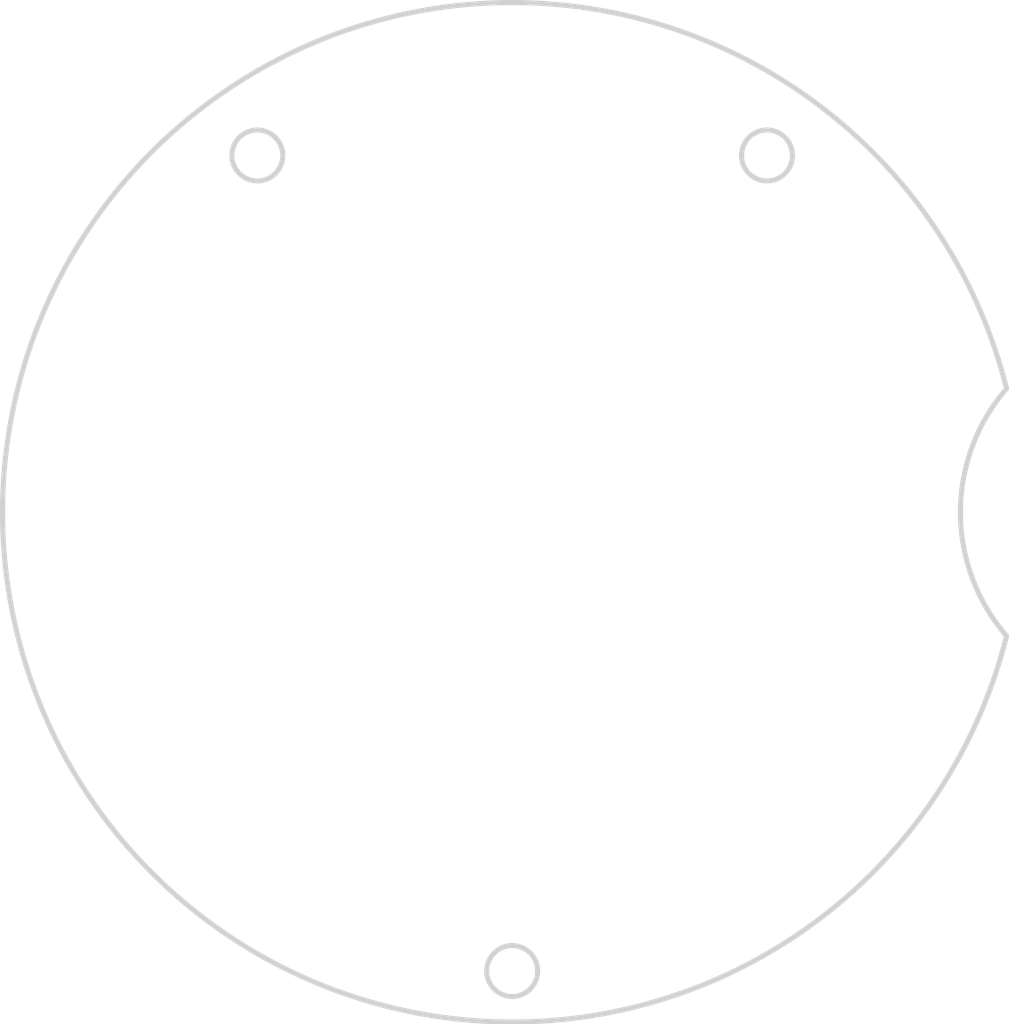
<source format=kicad_pcb>
(kicad_pcb
	(version 20240108)
	(generator "pcbnew")
	(generator_version "8.0")
	(general
		(thickness 1.6)
		(legacy_teardrops no)
	)
	(paper "A4")
	(layers
		(0 "F.Cu" signal)
		(31 "B.Cu" signal)
		(32 "B.Adhes" user "B.Adhesive")
		(33 "F.Adhes" user "F.Adhesive")
		(34 "B.Paste" user)
		(35 "F.Paste" user)
		(36 "B.SilkS" user "B.Silkscreen")
		(37 "F.SilkS" user "F.Silkscreen")
		(38 "B.Mask" user)
		(39 "F.Mask" user)
		(40 "Dwgs.User" user "User.Drawings")
		(41 "Cmts.User" user "User.Comments")
		(42 "Eco1.User" user "User.Eco1")
		(43 "Eco2.User" user "User.Eco2")
		(44 "Edge.Cuts" user)
		(45 "Margin" user)
		(46 "B.CrtYd" user "B.Courtyard")
		(47 "F.CrtYd" user "F.Courtyard")
		(48 "B.Fab" user)
		(49 "F.Fab" user)
		(50 "User.1" user)
		(51 "User.2" user)
		(52 "User.3" user)
		(53 "User.4" user)
		(54 "User.5" user)
		(55 "User.6" user)
		(56 "User.7" user)
		(57 "User.8" user)
		(58 "User.9" user)
	)
	(setup
		(pad_to_mask_clearance 0)
		(allow_soldermask_bridges_in_footprints no)
		(pcbplotparams
			(layerselection 0x0001000_7ffffffe)
			(plot_on_all_layers_selection 0x0001000_00000000)
			(disableapertmacros no)
			(usegerberextensions no)
			(usegerberattributes yes)
			(usegerberadvancedattributes yes)
			(creategerberjobfile yes)
			(dashed_line_dash_ratio 12.000000)
			(dashed_line_gap_ratio 3.000000)
			(svgprecision 4)
			(plotframeref no)
			(viasonmask no)
			(mode 1)
			(useauxorigin no)
			(hpglpennumber 1)
			(hpglpenspeed 20)
			(hpglpendiameter 15.000000)
			(pdf_front_fp_property_popups yes)
			(pdf_back_fp_property_popups yes)
			(dxfpolygonmode yes)
			(dxfimperialunits yes)
			(dxfusepcbnewfont yes)
			(psnegative no)
			(psa4output no)
			(plotreference yes)
			(plotvalue yes)
			(plotfptext yes)
			(plotinvisibletext no)
			(sketchpadsonfab no)
			(subtractmaskfromsilk no)
			(outputformat 5)
			(mirror no)
			(drillshape 2)
			(scaleselection 1)
			(outputdirectory "")
		)
	)
	(net 0 "")
	(gr_arc
		(start 150 120)
		(mid 135.857864 114.142136)
		(end 130 100)
		(stroke
			(width 0.2)
			(type default)
		)
		(layer "Edge.Cuts")
		(uuid "01eb2751-ee30-412a-a963-a7e6da78c82e")
	)
	(gr_arc
		(start 130 100)
		(mid 135.857864 85.857864)
		(end 150 80)
		(stroke
			(width 0.2)
			(type default)
		)
		(layer "Edge.Cuts")
		(uuid "090a280f-b7a8-48cf-b8e1-f3c5011dff1b")
	)
	(gr_circle
		(center 160 86)
		(end 160 87)
		(stroke
			(width 0.2)
			(type default)
		)
		(fill none)
		(layer "Edge.Cuts")
		(uuid "0c60592e-20d4-454d-9604-8fcb77bca616")
	)
	(gr_arc
		(start 169.40285 104.850713)
		(mid 162.308244 115.764109)
		(end 150 120)
		(stroke
			(width 0.2)
			(type default)
		)
		(layer "Edge.Cuts")
		(uuid "69ce1526-617b-4719-a6e0-91ca3140c0cb")
	)
	(gr_arc
		(start 169.40285 104.850713)
		(mid 167.593415 100)
		(end 169.40285 95.149287)
		(stroke
			(width 0.2)
			(type default)
		)
		(layer "Edge.Cuts")
		(uuid "92de54d6-a06b-4c78-97c4-59b17e805770")
	)
	(gr_circle
		(center 140 86)
		(end 140 87)
		(stroke
			(width 0.2)
			(type default)
		)
		(fill none)
		(layer "Edge.Cuts")
		(uuid "b240d35a-a825-4918-bf4a-8164bdb90afa")
	)
	(gr_arc
		(start 150 80)
		(mid 162.308244 84.235891)
		(end 169.40285 95.149287)
		(stroke
			(width 0.2)
			(type default)
		)
		(layer "Edge.Cuts")
		(uuid "c3575446-4832-4b7c-9b6e-fcff3679304c")
	)
	(gr_circle
		(center 150 118)
		(end 150 119)
		(stroke
			(width 0.2)
			(type default)
		)
		(fill none)
		(layer "Edge.Cuts")
		(uuid "ff20db28-f482-47ca-95e8-847d7fed321f")
	)
)
</source>
